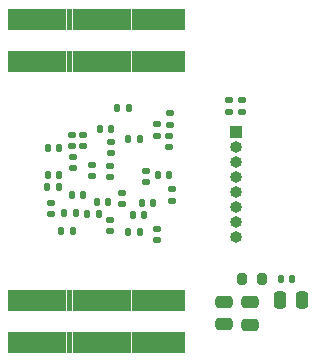
<source format=gbr>
%TF.GenerationSoftware,KiCad,Pcbnew,8.0.4-8.0.4-0~ubuntu20.04.1*%
%TF.CreationDate,2024-10-25T22:34:00+02:00*%
%TF.ProjectId,home_auto,686f6d65-5f61-4757-946f-2e6b69636164,rev?*%
%TF.SameCoordinates,Original*%
%TF.FileFunction,Soldermask,Bot*%
%TF.FilePolarity,Negative*%
%FSLAX46Y46*%
G04 Gerber Fmt 4.6, Leading zero omitted, Abs format (unit mm)*
G04 Created by KiCad (PCBNEW 8.0.4-8.0.4-0~ubuntu20.04.1) date 2024-10-25 22:34:00*
%MOMM*%
%LPD*%
G01*
G04 APERTURE LIST*
G04 Aperture macros list*
%AMRoundRect*
0 Rectangle with rounded corners*
0 $1 Rounding radius*
0 $2 $3 $4 $5 $6 $7 $8 $9 X,Y pos of 4 corners*
0 Add a 4 corners polygon primitive as box body*
4,1,4,$2,$3,$4,$5,$6,$7,$8,$9,$2,$3,0*
0 Add four circle primitives for the rounded corners*
1,1,$1+$1,$2,$3*
1,1,$1+$1,$4,$5*
1,1,$1+$1,$6,$7*
1,1,$1+$1,$8,$9*
0 Add four rect primitives between the rounded corners*
20,1,$1+$1,$2,$3,$4,$5,0*
20,1,$1+$1,$4,$5,$6,$7,0*
20,1,$1+$1,$6,$7,$8,$9,0*
20,1,$1+$1,$8,$9,$2,$3,0*%
G04 Aperture macros list end*
%ADD10C,0.010000*%
%ADD11RoundRect,0.140000X0.140000X0.170000X-0.140000X0.170000X-0.140000X-0.170000X0.140000X-0.170000X0*%
%ADD12RoundRect,0.250000X0.250000X0.475000X-0.250000X0.475000X-0.250000X-0.475000X0.250000X-0.475000X0*%
%ADD13RoundRect,0.140000X0.170000X-0.140000X0.170000X0.140000X-0.170000X0.140000X-0.170000X-0.140000X0*%
%ADD14RoundRect,0.140000X-0.140000X-0.170000X0.140000X-0.170000X0.140000X0.170000X-0.140000X0.170000X0*%
%ADD15RoundRect,0.135000X0.185000X-0.135000X0.185000X0.135000X-0.185000X0.135000X-0.185000X-0.135000X0*%
%ADD16RoundRect,0.135000X-0.135000X-0.185000X0.135000X-0.185000X0.135000X0.185000X-0.135000X0.185000X0*%
%ADD17RoundRect,0.140000X-0.170000X0.140000X-0.170000X-0.140000X0.170000X-0.140000X0.170000X0.140000X0*%
%ADD18RoundRect,0.250000X0.475000X-0.250000X0.475000X0.250000X-0.475000X0.250000X-0.475000X-0.250000X0*%
%ADD19RoundRect,0.135000X-0.185000X0.135000X-0.185000X-0.135000X0.185000X-0.135000X0.185000X0.135000X0*%
%ADD20RoundRect,0.200000X0.200000X0.275000X-0.200000X0.275000X-0.200000X-0.275000X0.200000X-0.275000X0*%
%ADD21O,1.000000X1.000000*%
%ADD22R,1.000000X1.000000*%
G04 APERTURE END LIST*
D10*
%TO.C,J1*%
X83675000Y-85875000D02*
X83275000Y-85875000D01*
X83275000Y-84175000D01*
X83675000Y-84175000D01*
X83675000Y-85875000D01*
G36*
X83675000Y-85875000D02*
G01*
X83275000Y-85875000D01*
X83275000Y-84175000D01*
X83675000Y-84175000D01*
X83675000Y-85875000D01*
G37*
X83675000Y-89475000D02*
X83275000Y-89475000D01*
X83275000Y-87775000D01*
X83675000Y-87775000D01*
X83675000Y-89475000D01*
G36*
X83675000Y-89475000D02*
G01*
X83275000Y-89475000D01*
X83275000Y-87775000D01*
X83675000Y-87775000D01*
X83675000Y-89475000D01*
G37*
X84175000Y-85875000D02*
X83775000Y-85875000D01*
X83775000Y-84175000D01*
X84175000Y-84175000D01*
X84175000Y-85875000D01*
G36*
X84175000Y-85875000D02*
G01*
X83775000Y-85875000D01*
X83775000Y-84175000D01*
X84175000Y-84175000D01*
X84175000Y-85875000D01*
G37*
X84175000Y-89475000D02*
X83775000Y-89475000D01*
X83775000Y-87775000D01*
X84175000Y-87775000D01*
X84175000Y-89475000D01*
G36*
X84175000Y-89475000D02*
G01*
X83775000Y-89475000D01*
X83775000Y-87775000D01*
X84175000Y-87775000D01*
X84175000Y-89475000D01*
G37*
X84675000Y-85875000D02*
X84275000Y-85875000D01*
X84275000Y-84175000D01*
X84675000Y-84175000D01*
X84675000Y-85875000D01*
G36*
X84675000Y-85875000D02*
G01*
X84275000Y-85875000D01*
X84275000Y-84175000D01*
X84675000Y-84175000D01*
X84675000Y-85875000D01*
G37*
X84675000Y-89475000D02*
X84275000Y-89475000D01*
X84275000Y-87775000D01*
X84675000Y-87775000D01*
X84675000Y-89475000D01*
G36*
X84675000Y-89475000D02*
G01*
X84275000Y-89475000D01*
X84275000Y-87775000D01*
X84675000Y-87775000D01*
X84675000Y-89475000D01*
G37*
X85175000Y-85875000D02*
X84775000Y-85875000D01*
X84775000Y-84175000D01*
X85175000Y-84175000D01*
X85175000Y-85875000D01*
G36*
X85175000Y-85875000D02*
G01*
X84775000Y-85875000D01*
X84775000Y-84175000D01*
X85175000Y-84175000D01*
X85175000Y-85875000D01*
G37*
X85175000Y-89475000D02*
X84775000Y-89475000D01*
X84775000Y-87775000D01*
X85175000Y-87775000D01*
X85175000Y-89475000D01*
G36*
X85175000Y-89475000D02*
G01*
X84775000Y-89475000D01*
X84775000Y-87775000D01*
X85175000Y-87775000D01*
X85175000Y-89475000D01*
G37*
X85675000Y-85875000D02*
X85275000Y-85875000D01*
X85275000Y-84175000D01*
X85675000Y-84175000D01*
X85675000Y-85875000D01*
G36*
X85675000Y-85875000D02*
G01*
X85275000Y-85875000D01*
X85275000Y-84175000D01*
X85675000Y-84175000D01*
X85675000Y-85875000D01*
G37*
X85675000Y-89475000D02*
X85275000Y-89475000D01*
X85275000Y-87775000D01*
X85675000Y-87775000D01*
X85675000Y-89475000D01*
G36*
X85675000Y-89475000D02*
G01*
X85275000Y-89475000D01*
X85275000Y-87775000D01*
X85675000Y-87775000D01*
X85675000Y-89475000D01*
G37*
X86175000Y-85875000D02*
X85775000Y-85875000D01*
X85775000Y-84175000D01*
X86175000Y-84175000D01*
X86175000Y-85875000D01*
G36*
X86175000Y-85875000D02*
G01*
X85775000Y-85875000D01*
X85775000Y-84175000D01*
X86175000Y-84175000D01*
X86175000Y-85875000D01*
G37*
X86175000Y-89475000D02*
X85775000Y-89475000D01*
X85775000Y-87775000D01*
X86175000Y-87775000D01*
X86175000Y-89475000D01*
G36*
X86175000Y-89475000D02*
G01*
X85775000Y-89475000D01*
X85775000Y-87775000D01*
X86175000Y-87775000D01*
X86175000Y-89475000D01*
G37*
X86675000Y-85875000D02*
X86275000Y-85875000D01*
X86275000Y-84175000D01*
X86675000Y-84175000D01*
X86675000Y-85875000D01*
G36*
X86675000Y-85875000D02*
G01*
X86275000Y-85875000D01*
X86275000Y-84175000D01*
X86675000Y-84175000D01*
X86675000Y-85875000D01*
G37*
X86675000Y-89475000D02*
X86275000Y-89475000D01*
X86275000Y-87775000D01*
X86675000Y-87775000D01*
X86675000Y-89475000D01*
G36*
X86675000Y-89475000D02*
G01*
X86275000Y-89475000D01*
X86275000Y-87775000D01*
X86675000Y-87775000D01*
X86675000Y-89475000D01*
G37*
X87175000Y-85875000D02*
X86775000Y-85875000D01*
X86775000Y-84175000D01*
X87175000Y-84175000D01*
X87175000Y-85875000D01*
G36*
X87175000Y-85875000D02*
G01*
X86775000Y-85875000D01*
X86775000Y-84175000D01*
X87175000Y-84175000D01*
X87175000Y-85875000D01*
G37*
X87175000Y-89475000D02*
X86775000Y-89475000D01*
X86775000Y-87775000D01*
X87175000Y-87775000D01*
X87175000Y-89475000D01*
G36*
X87175000Y-89475000D02*
G01*
X86775000Y-89475000D01*
X86775000Y-87775000D01*
X87175000Y-87775000D01*
X87175000Y-89475000D01*
G37*
X87675000Y-85875000D02*
X87275000Y-85875000D01*
X87275000Y-84175000D01*
X87675000Y-84175000D01*
X87675000Y-85875000D01*
G36*
X87675000Y-85875000D02*
G01*
X87275000Y-85875000D01*
X87275000Y-84175000D01*
X87675000Y-84175000D01*
X87675000Y-85875000D01*
G37*
X87675000Y-89475000D02*
X87275000Y-89475000D01*
X87275000Y-87775000D01*
X87675000Y-87775000D01*
X87675000Y-89475000D01*
G36*
X87675000Y-89475000D02*
G01*
X87275000Y-89475000D01*
X87275000Y-87775000D01*
X87675000Y-87775000D01*
X87675000Y-89475000D01*
G37*
X88175000Y-85875000D02*
X87775000Y-85875000D01*
X87775000Y-84175000D01*
X88175000Y-84175000D01*
X88175000Y-85875000D01*
G36*
X88175000Y-85875000D02*
G01*
X87775000Y-85875000D01*
X87775000Y-84175000D01*
X88175000Y-84175000D01*
X88175000Y-85875000D01*
G37*
X88175000Y-89475000D02*
X87775000Y-89475000D01*
X87775000Y-87775000D01*
X88175000Y-87775000D01*
X88175000Y-89475000D01*
G36*
X88175000Y-89475000D02*
G01*
X87775000Y-89475000D01*
X87775000Y-87775000D01*
X88175000Y-87775000D01*
X88175000Y-89475000D01*
G37*
X88675000Y-85875000D02*
X88275000Y-85875000D01*
X88275000Y-84175000D01*
X88675000Y-84175000D01*
X88675000Y-85875000D01*
G36*
X88675000Y-85875000D02*
G01*
X88275000Y-85875000D01*
X88275000Y-84175000D01*
X88675000Y-84175000D01*
X88675000Y-85875000D01*
G37*
X88675000Y-89475000D02*
X88275000Y-89475000D01*
X88275000Y-87775000D01*
X88675000Y-87775000D01*
X88675000Y-89475000D01*
G36*
X88675000Y-89475000D02*
G01*
X88275000Y-89475000D01*
X88275000Y-87775000D01*
X88675000Y-87775000D01*
X88675000Y-89475000D01*
G37*
X89175000Y-85875000D02*
X88775000Y-85875000D01*
X88775000Y-84175000D01*
X89175000Y-84175000D01*
X89175000Y-85875000D01*
G36*
X89175000Y-85875000D02*
G01*
X88775000Y-85875000D01*
X88775000Y-84175000D01*
X89175000Y-84175000D01*
X89175000Y-85875000D01*
G37*
X89175000Y-89475000D02*
X88775000Y-89475000D01*
X88775000Y-87775000D01*
X89175000Y-87775000D01*
X89175000Y-89475000D01*
G36*
X89175000Y-89475000D02*
G01*
X88775000Y-89475000D01*
X88775000Y-87775000D01*
X89175000Y-87775000D01*
X89175000Y-89475000D01*
G37*
X89675000Y-85875000D02*
X89275000Y-85875000D01*
X89275000Y-84175000D01*
X89675000Y-84175000D01*
X89675000Y-85875000D01*
G36*
X89675000Y-85875000D02*
G01*
X89275000Y-85875000D01*
X89275000Y-84175000D01*
X89675000Y-84175000D01*
X89675000Y-85875000D01*
G37*
X89675000Y-89475000D02*
X89275000Y-89475000D01*
X89275000Y-87775000D01*
X89675000Y-87775000D01*
X89675000Y-89475000D01*
G36*
X89675000Y-89475000D02*
G01*
X89275000Y-89475000D01*
X89275000Y-87775000D01*
X89675000Y-87775000D01*
X89675000Y-89475000D01*
G37*
X90175000Y-85875000D02*
X89775000Y-85875000D01*
X89775000Y-84175000D01*
X90175000Y-84175000D01*
X90175000Y-85875000D01*
G36*
X90175000Y-85875000D02*
G01*
X89775000Y-85875000D01*
X89775000Y-84175000D01*
X90175000Y-84175000D01*
X90175000Y-85875000D01*
G37*
X90175000Y-89475000D02*
X89775000Y-89475000D01*
X89775000Y-87775000D01*
X90175000Y-87775000D01*
X90175000Y-89475000D01*
G36*
X90175000Y-89475000D02*
G01*
X89775000Y-89475000D01*
X89775000Y-87775000D01*
X90175000Y-87775000D01*
X90175000Y-89475000D01*
G37*
X90675000Y-85875000D02*
X90275000Y-85875000D01*
X90275000Y-84175000D01*
X90675000Y-84175000D01*
X90675000Y-85875000D01*
G36*
X90675000Y-85875000D02*
G01*
X90275000Y-85875000D01*
X90275000Y-84175000D01*
X90675000Y-84175000D01*
X90675000Y-85875000D01*
G37*
X90675000Y-89475000D02*
X90275000Y-89475000D01*
X90275000Y-87775000D01*
X90675000Y-87775000D01*
X90675000Y-89475000D01*
G36*
X90675000Y-89475000D02*
G01*
X90275000Y-89475000D01*
X90275000Y-87775000D01*
X90675000Y-87775000D01*
X90675000Y-89475000D01*
G37*
X91175000Y-85875000D02*
X90775000Y-85875000D01*
X90775000Y-84175000D01*
X91175000Y-84175000D01*
X91175000Y-85875000D01*
G36*
X91175000Y-85875000D02*
G01*
X90775000Y-85875000D01*
X90775000Y-84175000D01*
X91175000Y-84175000D01*
X91175000Y-85875000D01*
G37*
X91175000Y-89475000D02*
X90775000Y-89475000D01*
X90775000Y-87775000D01*
X91175000Y-87775000D01*
X91175000Y-89475000D01*
G36*
X91175000Y-89475000D02*
G01*
X90775000Y-89475000D01*
X90775000Y-87775000D01*
X91175000Y-87775000D01*
X91175000Y-89475000D01*
G37*
X91675000Y-85875000D02*
X91275000Y-85875000D01*
X91275000Y-84175000D01*
X91675000Y-84175000D01*
X91675000Y-85875000D01*
G36*
X91675000Y-85875000D02*
G01*
X91275000Y-85875000D01*
X91275000Y-84175000D01*
X91675000Y-84175000D01*
X91675000Y-85875000D01*
G37*
X91675000Y-89475000D02*
X91275000Y-89475000D01*
X91275000Y-87775000D01*
X91675000Y-87775000D01*
X91675000Y-89475000D01*
G36*
X91675000Y-89475000D02*
G01*
X91275000Y-89475000D01*
X91275000Y-87775000D01*
X91675000Y-87775000D01*
X91675000Y-89475000D01*
G37*
X92175000Y-85875000D02*
X91775000Y-85875000D01*
X91775000Y-84175000D01*
X92175000Y-84175000D01*
X92175000Y-85875000D01*
G36*
X92175000Y-85875000D02*
G01*
X91775000Y-85875000D01*
X91775000Y-84175000D01*
X92175000Y-84175000D01*
X92175000Y-85875000D01*
G37*
X92175000Y-89475000D02*
X91775000Y-89475000D01*
X91775000Y-87775000D01*
X92175000Y-87775000D01*
X92175000Y-89475000D01*
G36*
X92175000Y-89475000D02*
G01*
X91775000Y-89475000D01*
X91775000Y-87775000D01*
X92175000Y-87775000D01*
X92175000Y-89475000D01*
G37*
X92675000Y-85875000D02*
X92275000Y-85875000D01*
X92275000Y-84175000D01*
X92675000Y-84175000D01*
X92675000Y-85875000D01*
G36*
X92675000Y-85875000D02*
G01*
X92275000Y-85875000D01*
X92275000Y-84175000D01*
X92675000Y-84175000D01*
X92675000Y-85875000D01*
G37*
X92675000Y-89475000D02*
X92275000Y-89475000D01*
X92275000Y-87775000D01*
X92675000Y-87775000D01*
X92675000Y-89475000D01*
G36*
X92675000Y-89475000D02*
G01*
X92275000Y-89475000D01*
X92275000Y-87775000D01*
X92675000Y-87775000D01*
X92675000Y-89475000D01*
G37*
X93175000Y-85875000D02*
X92775000Y-85875000D01*
X92775000Y-84175000D01*
X93175000Y-84175000D01*
X93175000Y-85875000D01*
G36*
X93175000Y-85875000D02*
G01*
X92775000Y-85875000D01*
X92775000Y-84175000D01*
X93175000Y-84175000D01*
X93175000Y-85875000D01*
G37*
X93175000Y-89475000D02*
X92775000Y-89475000D01*
X92775000Y-87775000D01*
X93175000Y-87775000D01*
X93175000Y-89475000D01*
G36*
X93175000Y-89475000D02*
G01*
X92775000Y-89475000D01*
X92775000Y-87775000D01*
X93175000Y-87775000D01*
X93175000Y-89475000D01*
G37*
X93675000Y-85875000D02*
X93275000Y-85875000D01*
X93275000Y-84175000D01*
X93675000Y-84175000D01*
X93675000Y-85875000D01*
G36*
X93675000Y-85875000D02*
G01*
X93275000Y-85875000D01*
X93275000Y-84175000D01*
X93675000Y-84175000D01*
X93675000Y-85875000D01*
G37*
X93675000Y-89475000D02*
X93275000Y-89475000D01*
X93275000Y-87775000D01*
X93675000Y-87775000D01*
X93675000Y-89475000D01*
G36*
X93675000Y-89475000D02*
G01*
X93275000Y-89475000D01*
X93275000Y-87775000D01*
X93675000Y-87775000D01*
X93675000Y-89475000D01*
G37*
X94175000Y-85875000D02*
X93775000Y-85875000D01*
X93775000Y-84175000D01*
X94175000Y-84175000D01*
X94175000Y-85875000D01*
G36*
X94175000Y-85875000D02*
G01*
X93775000Y-85875000D01*
X93775000Y-84175000D01*
X94175000Y-84175000D01*
X94175000Y-85875000D01*
G37*
X94175000Y-89475000D02*
X93775000Y-89475000D01*
X93775000Y-87775000D01*
X94175000Y-87775000D01*
X94175000Y-89475000D01*
G36*
X94175000Y-89475000D02*
G01*
X93775000Y-89475000D01*
X93775000Y-87775000D01*
X94175000Y-87775000D01*
X94175000Y-89475000D01*
G37*
X94675000Y-85875000D02*
X94275000Y-85875000D01*
X94275000Y-84175000D01*
X94675000Y-84175000D01*
X94675000Y-85875000D01*
G36*
X94675000Y-85875000D02*
G01*
X94275000Y-85875000D01*
X94275000Y-84175000D01*
X94675000Y-84175000D01*
X94675000Y-85875000D01*
G37*
X94675000Y-89475000D02*
X94275000Y-89475000D01*
X94275000Y-87775000D01*
X94675000Y-87775000D01*
X94675000Y-89475000D01*
G36*
X94675000Y-89475000D02*
G01*
X94275000Y-89475000D01*
X94275000Y-87775000D01*
X94675000Y-87775000D01*
X94675000Y-89475000D01*
G37*
X95175000Y-85875000D02*
X94775000Y-85875000D01*
X94775000Y-84175000D01*
X95175000Y-84175000D01*
X95175000Y-85875000D01*
G36*
X95175000Y-85875000D02*
G01*
X94775000Y-85875000D01*
X94775000Y-84175000D01*
X95175000Y-84175000D01*
X95175000Y-85875000D01*
G37*
X95175000Y-89475000D02*
X94775000Y-89475000D01*
X94775000Y-87775000D01*
X95175000Y-87775000D01*
X95175000Y-89475000D01*
G36*
X95175000Y-89475000D02*
G01*
X94775000Y-89475000D01*
X94775000Y-87775000D01*
X95175000Y-87775000D01*
X95175000Y-89475000D01*
G37*
X95675000Y-85875000D02*
X95275000Y-85875000D01*
X95275000Y-84175000D01*
X95675000Y-84175000D01*
X95675000Y-85875000D01*
G36*
X95675000Y-85875000D02*
G01*
X95275000Y-85875000D01*
X95275000Y-84175000D01*
X95675000Y-84175000D01*
X95675000Y-85875000D01*
G37*
X95675000Y-89475000D02*
X95275000Y-89475000D01*
X95275000Y-87775000D01*
X95675000Y-87775000D01*
X95675000Y-89475000D01*
G36*
X95675000Y-89475000D02*
G01*
X95275000Y-89475000D01*
X95275000Y-87775000D01*
X95675000Y-87775000D01*
X95675000Y-89475000D01*
G37*
X96175000Y-85875000D02*
X95775000Y-85875000D01*
X95775000Y-84175000D01*
X96175000Y-84175000D01*
X96175000Y-85875000D01*
G36*
X96175000Y-85875000D02*
G01*
X95775000Y-85875000D01*
X95775000Y-84175000D01*
X96175000Y-84175000D01*
X96175000Y-85875000D01*
G37*
X96175000Y-89475000D02*
X95775000Y-89475000D01*
X95775000Y-87775000D01*
X96175000Y-87775000D01*
X96175000Y-89475000D01*
G36*
X96175000Y-89475000D02*
G01*
X95775000Y-89475000D01*
X95775000Y-87775000D01*
X96175000Y-87775000D01*
X96175000Y-89475000D01*
G37*
X96675000Y-85875000D02*
X96275000Y-85875000D01*
X96275000Y-84175000D01*
X96675000Y-84175000D01*
X96675000Y-85875000D01*
G36*
X96675000Y-85875000D02*
G01*
X96275000Y-85875000D01*
X96275000Y-84175000D01*
X96675000Y-84175000D01*
X96675000Y-85875000D01*
G37*
X96675000Y-89475000D02*
X96275000Y-89475000D01*
X96275000Y-87775000D01*
X96675000Y-87775000D01*
X96675000Y-89475000D01*
G36*
X96675000Y-89475000D02*
G01*
X96275000Y-89475000D01*
X96275000Y-87775000D01*
X96675000Y-87775000D01*
X96675000Y-89475000D01*
G37*
X97175000Y-85875000D02*
X96775000Y-85875000D01*
X96775000Y-84175000D01*
X97175000Y-84175000D01*
X97175000Y-85875000D01*
G36*
X97175000Y-85875000D02*
G01*
X96775000Y-85875000D01*
X96775000Y-84175000D01*
X97175000Y-84175000D01*
X97175000Y-85875000D01*
G37*
X97175000Y-89475000D02*
X96775000Y-89475000D01*
X96775000Y-87775000D01*
X97175000Y-87775000D01*
X97175000Y-89475000D01*
G36*
X97175000Y-89475000D02*
G01*
X96775000Y-89475000D01*
X96775000Y-87775000D01*
X97175000Y-87775000D01*
X97175000Y-89475000D01*
G37*
X97675000Y-85875000D02*
X97275000Y-85875000D01*
X97275000Y-84175000D01*
X97675000Y-84175000D01*
X97675000Y-85875000D01*
G36*
X97675000Y-85875000D02*
G01*
X97275000Y-85875000D01*
X97275000Y-84175000D01*
X97675000Y-84175000D01*
X97675000Y-85875000D01*
G37*
X97675000Y-89475000D02*
X97275000Y-89475000D01*
X97275000Y-87775000D01*
X97675000Y-87775000D01*
X97675000Y-89475000D01*
G36*
X97675000Y-89475000D02*
G01*
X97275000Y-89475000D01*
X97275000Y-87775000D01*
X97675000Y-87775000D01*
X97675000Y-89475000D01*
G37*
X98175000Y-85875000D02*
X97775000Y-85875000D01*
X97775000Y-84175000D01*
X98175000Y-84175000D01*
X98175000Y-85875000D01*
G36*
X98175000Y-85875000D02*
G01*
X97775000Y-85875000D01*
X97775000Y-84175000D01*
X98175000Y-84175000D01*
X98175000Y-85875000D01*
G37*
X98175000Y-89475000D02*
X97775000Y-89475000D01*
X97775000Y-87775000D01*
X98175000Y-87775000D01*
X98175000Y-89475000D01*
G36*
X98175000Y-89475000D02*
G01*
X97775000Y-89475000D01*
X97775000Y-87775000D01*
X98175000Y-87775000D01*
X98175000Y-89475000D01*
G37*
%TO.C,J2*%
X83675000Y-109675000D02*
X83275000Y-109675000D01*
X83275000Y-107975000D01*
X83675000Y-107975000D01*
X83675000Y-109675000D01*
G36*
X83675000Y-109675000D02*
G01*
X83275000Y-109675000D01*
X83275000Y-107975000D01*
X83675000Y-107975000D01*
X83675000Y-109675000D01*
G37*
X83675000Y-113275000D02*
X83275000Y-113275000D01*
X83275000Y-111575000D01*
X83675000Y-111575000D01*
X83675000Y-113275000D01*
G36*
X83675000Y-113275000D02*
G01*
X83275000Y-113275000D01*
X83275000Y-111575000D01*
X83675000Y-111575000D01*
X83675000Y-113275000D01*
G37*
X84175000Y-109675000D02*
X83775000Y-109675000D01*
X83775000Y-107975000D01*
X84175000Y-107975000D01*
X84175000Y-109675000D01*
G36*
X84175000Y-109675000D02*
G01*
X83775000Y-109675000D01*
X83775000Y-107975000D01*
X84175000Y-107975000D01*
X84175000Y-109675000D01*
G37*
X84175000Y-113275000D02*
X83775000Y-113275000D01*
X83775000Y-111575000D01*
X84175000Y-111575000D01*
X84175000Y-113275000D01*
G36*
X84175000Y-113275000D02*
G01*
X83775000Y-113275000D01*
X83775000Y-111575000D01*
X84175000Y-111575000D01*
X84175000Y-113275000D01*
G37*
X84675000Y-109675000D02*
X84275000Y-109675000D01*
X84275000Y-107975000D01*
X84675000Y-107975000D01*
X84675000Y-109675000D01*
G36*
X84675000Y-109675000D02*
G01*
X84275000Y-109675000D01*
X84275000Y-107975000D01*
X84675000Y-107975000D01*
X84675000Y-109675000D01*
G37*
X84675000Y-113275000D02*
X84275000Y-113275000D01*
X84275000Y-111575000D01*
X84675000Y-111575000D01*
X84675000Y-113275000D01*
G36*
X84675000Y-113275000D02*
G01*
X84275000Y-113275000D01*
X84275000Y-111575000D01*
X84675000Y-111575000D01*
X84675000Y-113275000D01*
G37*
X85175000Y-109675000D02*
X84775000Y-109675000D01*
X84775000Y-107975000D01*
X85175000Y-107975000D01*
X85175000Y-109675000D01*
G36*
X85175000Y-109675000D02*
G01*
X84775000Y-109675000D01*
X84775000Y-107975000D01*
X85175000Y-107975000D01*
X85175000Y-109675000D01*
G37*
X85175000Y-113275000D02*
X84775000Y-113275000D01*
X84775000Y-111575000D01*
X85175000Y-111575000D01*
X85175000Y-113275000D01*
G36*
X85175000Y-113275000D02*
G01*
X84775000Y-113275000D01*
X84775000Y-111575000D01*
X85175000Y-111575000D01*
X85175000Y-113275000D01*
G37*
X85675000Y-109675000D02*
X85275000Y-109675000D01*
X85275000Y-107975000D01*
X85675000Y-107975000D01*
X85675000Y-109675000D01*
G36*
X85675000Y-109675000D02*
G01*
X85275000Y-109675000D01*
X85275000Y-107975000D01*
X85675000Y-107975000D01*
X85675000Y-109675000D01*
G37*
X85675000Y-113275000D02*
X85275000Y-113275000D01*
X85275000Y-111575000D01*
X85675000Y-111575000D01*
X85675000Y-113275000D01*
G36*
X85675000Y-113275000D02*
G01*
X85275000Y-113275000D01*
X85275000Y-111575000D01*
X85675000Y-111575000D01*
X85675000Y-113275000D01*
G37*
X86175000Y-109675000D02*
X85775000Y-109675000D01*
X85775000Y-107975000D01*
X86175000Y-107975000D01*
X86175000Y-109675000D01*
G36*
X86175000Y-109675000D02*
G01*
X85775000Y-109675000D01*
X85775000Y-107975000D01*
X86175000Y-107975000D01*
X86175000Y-109675000D01*
G37*
X86175000Y-113275000D02*
X85775000Y-113275000D01*
X85775000Y-111575000D01*
X86175000Y-111575000D01*
X86175000Y-113275000D01*
G36*
X86175000Y-113275000D02*
G01*
X85775000Y-113275000D01*
X85775000Y-111575000D01*
X86175000Y-111575000D01*
X86175000Y-113275000D01*
G37*
X86675000Y-109675000D02*
X86275000Y-109675000D01*
X86275000Y-107975000D01*
X86675000Y-107975000D01*
X86675000Y-109675000D01*
G36*
X86675000Y-109675000D02*
G01*
X86275000Y-109675000D01*
X86275000Y-107975000D01*
X86675000Y-107975000D01*
X86675000Y-109675000D01*
G37*
X86675000Y-113275000D02*
X86275000Y-113275000D01*
X86275000Y-111575000D01*
X86675000Y-111575000D01*
X86675000Y-113275000D01*
G36*
X86675000Y-113275000D02*
G01*
X86275000Y-113275000D01*
X86275000Y-111575000D01*
X86675000Y-111575000D01*
X86675000Y-113275000D01*
G37*
X87175000Y-109675000D02*
X86775000Y-109675000D01*
X86775000Y-107975000D01*
X87175000Y-107975000D01*
X87175000Y-109675000D01*
G36*
X87175000Y-109675000D02*
G01*
X86775000Y-109675000D01*
X86775000Y-107975000D01*
X87175000Y-107975000D01*
X87175000Y-109675000D01*
G37*
X87175000Y-113275000D02*
X86775000Y-113275000D01*
X86775000Y-111575000D01*
X87175000Y-111575000D01*
X87175000Y-113275000D01*
G36*
X87175000Y-113275000D02*
G01*
X86775000Y-113275000D01*
X86775000Y-111575000D01*
X87175000Y-111575000D01*
X87175000Y-113275000D01*
G37*
X87675000Y-109675000D02*
X87275000Y-109675000D01*
X87275000Y-107975000D01*
X87675000Y-107975000D01*
X87675000Y-109675000D01*
G36*
X87675000Y-109675000D02*
G01*
X87275000Y-109675000D01*
X87275000Y-107975000D01*
X87675000Y-107975000D01*
X87675000Y-109675000D01*
G37*
X87675000Y-113275000D02*
X87275000Y-113275000D01*
X87275000Y-111575000D01*
X87675000Y-111575000D01*
X87675000Y-113275000D01*
G36*
X87675000Y-113275000D02*
G01*
X87275000Y-113275000D01*
X87275000Y-111575000D01*
X87675000Y-111575000D01*
X87675000Y-113275000D01*
G37*
X88175000Y-109675000D02*
X87775000Y-109675000D01*
X87775000Y-107975000D01*
X88175000Y-107975000D01*
X88175000Y-109675000D01*
G36*
X88175000Y-109675000D02*
G01*
X87775000Y-109675000D01*
X87775000Y-107975000D01*
X88175000Y-107975000D01*
X88175000Y-109675000D01*
G37*
X88175000Y-113275000D02*
X87775000Y-113275000D01*
X87775000Y-111575000D01*
X88175000Y-111575000D01*
X88175000Y-113275000D01*
G36*
X88175000Y-113275000D02*
G01*
X87775000Y-113275000D01*
X87775000Y-111575000D01*
X88175000Y-111575000D01*
X88175000Y-113275000D01*
G37*
X88675000Y-109675000D02*
X88275000Y-109675000D01*
X88275000Y-107975000D01*
X88675000Y-107975000D01*
X88675000Y-109675000D01*
G36*
X88675000Y-109675000D02*
G01*
X88275000Y-109675000D01*
X88275000Y-107975000D01*
X88675000Y-107975000D01*
X88675000Y-109675000D01*
G37*
X88675000Y-113275000D02*
X88275000Y-113275000D01*
X88275000Y-111575000D01*
X88675000Y-111575000D01*
X88675000Y-113275000D01*
G36*
X88675000Y-113275000D02*
G01*
X88275000Y-113275000D01*
X88275000Y-111575000D01*
X88675000Y-111575000D01*
X88675000Y-113275000D01*
G37*
X89175000Y-109675000D02*
X88775000Y-109675000D01*
X88775000Y-107975000D01*
X89175000Y-107975000D01*
X89175000Y-109675000D01*
G36*
X89175000Y-109675000D02*
G01*
X88775000Y-109675000D01*
X88775000Y-107975000D01*
X89175000Y-107975000D01*
X89175000Y-109675000D01*
G37*
X89175000Y-113275000D02*
X88775000Y-113275000D01*
X88775000Y-111575000D01*
X89175000Y-111575000D01*
X89175000Y-113275000D01*
G36*
X89175000Y-113275000D02*
G01*
X88775000Y-113275000D01*
X88775000Y-111575000D01*
X89175000Y-111575000D01*
X89175000Y-113275000D01*
G37*
X89675000Y-109675000D02*
X89275000Y-109675000D01*
X89275000Y-107975000D01*
X89675000Y-107975000D01*
X89675000Y-109675000D01*
G36*
X89675000Y-109675000D02*
G01*
X89275000Y-109675000D01*
X89275000Y-107975000D01*
X89675000Y-107975000D01*
X89675000Y-109675000D01*
G37*
X89675000Y-113275000D02*
X89275000Y-113275000D01*
X89275000Y-111575000D01*
X89675000Y-111575000D01*
X89675000Y-113275000D01*
G36*
X89675000Y-113275000D02*
G01*
X89275000Y-113275000D01*
X89275000Y-111575000D01*
X89675000Y-111575000D01*
X89675000Y-113275000D01*
G37*
X90175000Y-109675000D02*
X89775000Y-109675000D01*
X89775000Y-107975000D01*
X90175000Y-107975000D01*
X90175000Y-109675000D01*
G36*
X90175000Y-109675000D02*
G01*
X89775000Y-109675000D01*
X89775000Y-107975000D01*
X90175000Y-107975000D01*
X90175000Y-109675000D01*
G37*
X90175000Y-113275000D02*
X89775000Y-113275000D01*
X89775000Y-111575000D01*
X90175000Y-111575000D01*
X90175000Y-113275000D01*
G36*
X90175000Y-113275000D02*
G01*
X89775000Y-113275000D01*
X89775000Y-111575000D01*
X90175000Y-111575000D01*
X90175000Y-113275000D01*
G37*
X90675000Y-109675000D02*
X90275000Y-109675000D01*
X90275000Y-107975000D01*
X90675000Y-107975000D01*
X90675000Y-109675000D01*
G36*
X90675000Y-109675000D02*
G01*
X90275000Y-109675000D01*
X90275000Y-107975000D01*
X90675000Y-107975000D01*
X90675000Y-109675000D01*
G37*
X90675000Y-113275000D02*
X90275000Y-113275000D01*
X90275000Y-111575000D01*
X90675000Y-111575000D01*
X90675000Y-113275000D01*
G36*
X90675000Y-113275000D02*
G01*
X90275000Y-113275000D01*
X90275000Y-111575000D01*
X90675000Y-111575000D01*
X90675000Y-113275000D01*
G37*
X91175000Y-109675000D02*
X90775000Y-109675000D01*
X90775000Y-107975000D01*
X91175000Y-107975000D01*
X91175000Y-109675000D01*
G36*
X91175000Y-109675000D02*
G01*
X90775000Y-109675000D01*
X90775000Y-107975000D01*
X91175000Y-107975000D01*
X91175000Y-109675000D01*
G37*
X91175000Y-113275000D02*
X90775000Y-113275000D01*
X90775000Y-111575000D01*
X91175000Y-111575000D01*
X91175000Y-113275000D01*
G36*
X91175000Y-113275000D02*
G01*
X90775000Y-113275000D01*
X90775000Y-111575000D01*
X91175000Y-111575000D01*
X91175000Y-113275000D01*
G37*
X91675000Y-109675000D02*
X91275000Y-109675000D01*
X91275000Y-107975000D01*
X91675000Y-107975000D01*
X91675000Y-109675000D01*
G36*
X91675000Y-109675000D02*
G01*
X91275000Y-109675000D01*
X91275000Y-107975000D01*
X91675000Y-107975000D01*
X91675000Y-109675000D01*
G37*
X91675000Y-113275000D02*
X91275000Y-113275000D01*
X91275000Y-111575000D01*
X91675000Y-111575000D01*
X91675000Y-113275000D01*
G36*
X91675000Y-113275000D02*
G01*
X91275000Y-113275000D01*
X91275000Y-111575000D01*
X91675000Y-111575000D01*
X91675000Y-113275000D01*
G37*
X92175000Y-109675000D02*
X91775000Y-109675000D01*
X91775000Y-107975000D01*
X92175000Y-107975000D01*
X92175000Y-109675000D01*
G36*
X92175000Y-109675000D02*
G01*
X91775000Y-109675000D01*
X91775000Y-107975000D01*
X92175000Y-107975000D01*
X92175000Y-109675000D01*
G37*
X92175000Y-113275000D02*
X91775000Y-113275000D01*
X91775000Y-111575000D01*
X92175000Y-111575000D01*
X92175000Y-113275000D01*
G36*
X92175000Y-113275000D02*
G01*
X91775000Y-113275000D01*
X91775000Y-111575000D01*
X92175000Y-111575000D01*
X92175000Y-113275000D01*
G37*
X92675000Y-109675000D02*
X92275000Y-109675000D01*
X92275000Y-107975000D01*
X92675000Y-107975000D01*
X92675000Y-109675000D01*
G36*
X92675000Y-109675000D02*
G01*
X92275000Y-109675000D01*
X92275000Y-107975000D01*
X92675000Y-107975000D01*
X92675000Y-109675000D01*
G37*
X92675000Y-113275000D02*
X92275000Y-113275000D01*
X92275000Y-111575000D01*
X92675000Y-111575000D01*
X92675000Y-113275000D01*
G36*
X92675000Y-113275000D02*
G01*
X92275000Y-113275000D01*
X92275000Y-111575000D01*
X92675000Y-111575000D01*
X92675000Y-113275000D01*
G37*
X93175000Y-109675000D02*
X92775000Y-109675000D01*
X92775000Y-107975000D01*
X93175000Y-107975000D01*
X93175000Y-109675000D01*
G36*
X93175000Y-109675000D02*
G01*
X92775000Y-109675000D01*
X92775000Y-107975000D01*
X93175000Y-107975000D01*
X93175000Y-109675000D01*
G37*
X93175000Y-113275000D02*
X92775000Y-113275000D01*
X92775000Y-111575000D01*
X93175000Y-111575000D01*
X93175000Y-113275000D01*
G36*
X93175000Y-113275000D02*
G01*
X92775000Y-113275000D01*
X92775000Y-111575000D01*
X93175000Y-111575000D01*
X93175000Y-113275000D01*
G37*
X93675000Y-109675000D02*
X93275000Y-109675000D01*
X93275000Y-107975000D01*
X93675000Y-107975000D01*
X93675000Y-109675000D01*
G36*
X93675000Y-109675000D02*
G01*
X93275000Y-109675000D01*
X93275000Y-107975000D01*
X93675000Y-107975000D01*
X93675000Y-109675000D01*
G37*
X93675000Y-113275000D02*
X93275000Y-113275000D01*
X93275000Y-111575000D01*
X93675000Y-111575000D01*
X93675000Y-113275000D01*
G36*
X93675000Y-113275000D02*
G01*
X93275000Y-113275000D01*
X93275000Y-111575000D01*
X93675000Y-111575000D01*
X93675000Y-113275000D01*
G37*
X94175000Y-109675000D02*
X93775000Y-109675000D01*
X93775000Y-107975000D01*
X94175000Y-107975000D01*
X94175000Y-109675000D01*
G36*
X94175000Y-109675000D02*
G01*
X93775000Y-109675000D01*
X93775000Y-107975000D01*
X94175000Y-107975000D01*
X94175000Y-109675000D01*
G37*
X94175000Y-113275000D02*
X93775000Y-113275000D01*
X93775000Y-111575000D01*
X94175000Y-111575000D01*
X94175000Y-113275000D01*
G36*
X94175000Y-113275000D02*
G01*
X93775000Y-113275000D01*
X93775000Y-111575000D01*
X94175000Y-111575000D01*
X94175000Y-113275000D01*
G37*
X94675000Y-109675000D02*
X94275000Y-109675000D01*
X94275000Y-107975000D01*
X94675000Y-107975000D01*
X94675000Y-109675000D01*
G36*
X94675000Y-109675000D02*
G01*
X94275000Y-109675000D01*
X94275000Y-107975000D01*
X94675000Y-107975000D01*
X94675000Y-109675000D01*
G37*
X94675000Y-113275000D02*
X94275000Y-113275000D01*
X94275000Y-111575000D01*
X94675000Y-111575000D01*
X94675000Y-113275000D01*
G36*
X94675000Y-113275000D02*
G01*
X94275000Y-113275000D01*
X94275000Y-111575000D01*
X94675000Y-111575000D01*
X94675000Y-113275000D01*
G37*
X95175000Y-109675000D02*
X94775000Y-109675000D01*
X94775000Y-107975000D01*
X95175000Y-107975000D01*
X95175000Y-109675000D01*
G36*
X95175000Y-109675000D02*
G01*
X94775000Y-109675000D01*
X94775000Y-107975000D01*
X95175000Y-107975000D01*
X95175000Y-109675000D01*
G37*
X95175000Y-113275000D02*
X94775000Y-113275000D01*
X94775000Y-111575000D01*
X95175000Y-111575000D01*
X95175000Y-113275000D01*
G36*
X95175000Y-113275000D02*
G01*
X94775000Y-113275000D01*
X94775000Y-111575000D01*
X95175000Y-111575000D01*
X95175000Y-113275000D01*
G37*
X95675000Y-109675000D02*
X95275000Y-109675000D01*
X95275000Y-107975000D01*
X95675000Y-107975000D01*
X95675000Y-109675000D01*
G36*
X95675000Y-109675000D02*
G01*
X95275000Y-109675000D01*
X95275000Y-107975000D01*
X95675000Y-107975000D01*
X95675000Y-109675000D01*
G37*
X95675000Y-113275000D02*
X95275000Y-113275000D01*
X95275000Y-111575000D01*
X95675000Y-111575000D01*
X95675000Y-113275000D01*
G36*
X95675000Y-113275000D02*
G01*
X95275000Y-113275000D01*
X95275000Y-111575000D01*
X95675000Y-111575000D01*
X95675000Y-113275000D01*
G37*
X96175000Y-109675000D02*
X95775000Y-109675000D01*
X95775000Y-107975000D01*
X96175000Y-107975000D01*
X96175000Y-109675000D01*
G36*
X96175000Y-109675000D02*
G01*
X95775000Y-109675000D01*
X95775000Y-107975000D01*
X96175000Y-107975000D01*
X96175000Y-109675000D01*
G37*
X96175000Y-113275000D02*
X95775000Y-113275000D01*
X95775000Y-111575000D01*
X96175000Y-111575000D01*
X96175000Y-113275000D01*
G36*
X96175000Y-113275000D02*
G01*
X95775000Y-113275000D01*
X95775000Y-111575000D01*
X96175000Y-111575000D01*
X96175000Y-113275000D01*
G37*
X96675000Y-109675000D02*
X96275000Y-109675000D01*
X96275000Y-107975000D01*
X96675000Y-107975000D01*
X96675000Y-109675000D01*
G36*
X96675000Y-109675000D02*
G01*
X96275000Y-109675000D01*
X96275000Y-107975000D01*
X96675000Y-107975000D01*
X96675000Y-109675000D01*
G37*
X96675000Y-113275000D02*
X96275000Y-113275000D01*
X96275000Y-111575000D01*
X96675000Y-111575000D01*
X96675000Y-113275000D01*
G36*
X96675000Y-113275000D02*
G01*
X96275000Y-113275000D01*
X96275000Y-111575000D01*
X96675000Y-111575000D01*
X96675000Y-113275000D01*
G37*
X97175000Y-109675000D02*
X96775000Y-109675000D01*
X96775000Y-107975000D01*
X97175000Y-107975000D01*
X97175000Y-109675000D01*
G36*
X97175000Y-109675000D02*
G01*
X96775000Y-109675000D01*
X96775000Y-107975000D01*
X97175000Y-107975000D01*
X97175000Y-109675000D01*
G37*
X97175000Y-113275000D02*
X96775000Y-113275000D01*
X96775000Y-111575000D01*
X97175000Y-111575000D01*
X97175000Y-113275000D01*
G36*
X97175000Y-113275000D02*
G01*
X96775000Y-113275000D01*
X96775000Y-111575000D01*
X97175000Y-111575000D01*
X97175000Y-113275000D01*
G37*
X97675000Y-109675000D02*
X97275000Y-109675000D01*
X97275000Y-107975000D01*
X97675000Y-107975000D01*
X97675000Y-109675000D01*
G36*
X97675000Y-109675000D02*
G01*
X97275000Y-109675000D01*
X97275000Y-107975000D01*
X97675000Y-107975000D01*
X97675000Y-109675000D01*
G37*
X97675000Y-113275000D02*
X97275000Y-113275000D01*
X97275000Y-111575000D01*
X97675000Y-111575000D01*
X97675000Y-113275000D01*
G36*
X97675000Y-113275000D02*
G01*
X97275000Y-113275000D01*
X97275000Y-111575000D01*
X97675000Y-111575000D01*
X97675000Y-113275000D01*
G37*
X98175000Y-109675000D02*
X97775000Y-109675000D01*
X97775000Y-107975000D01*
X98175000Y-107975000D01*
X98175000Y-109675000D01*
G36*
X98175000Y-109675000D02*
G01*
X97775000Y-109675000D01*
X97775000Y-107975000D01*
X98175000Y-107975000D01*
X98175000Y-109675000D01*
G37*
X98175000Y-113275000D02*
X97775000Y-113275000D01*
X97775000Y-111575000D01*
X98175000Y-111575000D01*
X98175000Y-113275000D01*
G36*
X98175000Y-113275000D02*
G01*
X97775000Y-113275000D01*
X97775000Y-111575000D01*
X98175000Y-111575000D01*
X98175000Y-113275000D01*
G37*
%TD*%
D11*
%TO.C,C22*%
X95590000Y-100630000D03*
X94630000Y-100630000D03*
%TD*%
D12*
%TO.C,C1*%
X108200000Y-108810000D03*
X106300000Y-108810000D03*
%TD*%
D11*
%TO.C,C30*%
X89670000Y-99980000D03*
X88710000Y-99980000D03*
%TD*%
D13*
%TO.C,C41*%
X96970000Y-95930000D03*
X96970000Y-94970000D03*
%TD*%
D14*
%TO.C,C21*%
X86640000Y-99250000D03*
X87600000Y-99250000D03*
%TD*%
D15*
%TO.C,R186*%
X97170000Y-100480000D03*
X97170000Y-99460000D03*
%TD*%
D13*
%TO.C,C52*%
X91980000Y-98450000D03*
X91980000Y-97490000D03*
%TD*%
%TO.C,C53*%
X92960000Y-100720000D03*
X92960000Y-99760000D03*
%TD*%
D14*
%TO.C,C55*%
X95970000Y-98290000D03*
X96930000Y-98290000D03*
%TD*%
D16*
%TO.C,R185*%
X92500000Y-92580000D03*
X93520000Y-92580000D03*
%TD*%
D11*
%TO.C,C4*%
X107380000Y-107050000D03*
X106420000Y-107050000D03*
%TD*%
%TO.C,C18*%
X90990000Y-101530000D03*
X90030000Y-101530000D03*
%TD*%
D17*
%TO.C,C40*%
X88690000Y-94870000D03*
X88690000Y-95830000D03*
%TD*%
D11*
%TO.C,C19*%
X88780000Y-103040000D03*
X87820000Y-103040000D03*
%TD*%
D14*
%TO.C,C37*%
X93500000Y-95180000D03*
X94460000Y-95180000D03*
%TD*%
D11*
%TO.C,C47*%
X89040000Y-101520000D03*
X88080000Y-101520000D03*
%TD*%
D17*
%TO.C,C45*%
X90410000Y-97420000D03*
X90410000Y-98380000D03*
%TD*%
D11*
%TO.C,C20*%
X94860000Y-101620000D03*
X93900000Y-101620000D03*
%TD*%
D14*
%TO.C,C49*%
X86660000Y-98250000D03*
X87620000Y-98250000D03*
%TD*%
D18*
%TO.C,C7*%
X103775000Y-110925000D03*
X103775000Y-109025000D03*
%TD*%
D14*
%TO.C,C32*%
X90820000Y-100530000D03*
X91780000Y-100530000D03*
%TD*%
D17*
%TO.C,C31*%
X94960000Y-97920000D03*
X94960000Y-98880000D03*
%TD*%
D19*
%TO.C,R187*%
X102020000Y-91920000D03*
X102020000Y-92940000D03*
%TD*%
D17*
%TO.C,C34*%
X95940000Y-102840000D03*
X95940000Y-103800000D03*
%TD*%
%TO.C,C50*%
X95950000Y-93970000D03*
X95950000Y-94930000D03*
%TD*%
D20*
%TO.C,R1*%
X104795000Y-107050000D03*
X103145000Y-107050000D03*
%TD*%
D17*
%TO.C,C33*%
X88830000Y-96750000D03*
X88830000Y-97710000D03*
%TD*%
D19*
%TO.C,R184*%
X96990000Y-93010000D03*
X96990000Y-94030000D03*
%TD*%
D14*
%TO.C,C43*%
X86660000Y-96000000D03*
X87620000Y-96000000D03*
%TD*%
D13*
%TO.C,C58*%
X91950000Y-103020000D03*
X91950000Y-102060000D03*
%TD*%
D14*
%TO.C,C38*%
X91110000Y-94350000D03*
X92070000Y-94350000D03*
%TD*%
%TO.C,C59*%
X93510000Y-103100000D03*
X94470000Y-103100000D03*
%TD*%
D21*
%TO.C,J13*%
X102650000Y-103540000D03*
X102650000Y-102270000D03*
X102650000Y-101000000D03*
X102650000Y-99730000D03*
X102650000Y-98460000D03*
X102650000Y-97190000D03*
X102650000Y-95920000D03*
D22*
X102650000Y-94650000D03*
%TD*%
D19*
%TO.C,R188*%
X103110000Y-91920000D03*
X103110000Y-92940000D03*
%TD*%
D18*
%TO.C,C6*%
X101600000Y-110900000D03*
X101600000Y-109000000D03*
%TD*%
D13*
%TO.C,C48*%
X86970000Y-101590000D03*
X86970000Y-100630000D03*
%TD*%
%TO.C,C46*%
X92000000Y-96420000D03*
X92000000Y-95460000D03*
%TD*%
%TO.C,C35*%
X89660000Y-95830000D03*
X89660000Y-94870000D03*
%TD*%
M02*

</source>
